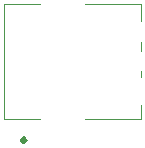
<source format=gbr>
%TF.GenerationSoftware,KiCad,Pcbnew,9.0.6*%
%TF.CreationDate,2025-12-17T11:34:44-05:00*%
%TF.ProjectId,lichen-breadboard-alpha-pot-dual-adaptor,6c696368-656e-42d6-9272-656164626f61,rev?*%
%TF.SameCoordinates,Original*%
%TF.FileFunction,Legend,Top*%
%TF.FilePolarity,Positive*%
%FSLAX46Y46*%
G04 Gerber Fmt 4.6, Leading zero omitted, Abs format (unit mm)*
G04 Created by KiCad (PCBNEW 9.0.6) date 2025-12-17 11:34:44*
%MOMM*%
%LPD*%
G01*
G04 APERTURE LIST*
%ADD10C,0.355287*%
%ADD11C,0.120000*%
%ADD12O,3.240000X2.720000*%
%ADD13R,1.800000X1.800000*%
%ADD14C,1.800000*%
%ADD15R,1.700000X1.700000*%
%ADD16C,1.700000*%
G04 APERTURE END LIST*
D10*
X102317643Y-117800000D02*
G75*
G02*
X101962357Y-117800000I-177643J0D01*
G01*
X101962357Y-117800000D02*
G75*
G02*
X102317643Y-117800000I177643J0D01*
G01*
D11*
%TO.C,RV2*%
X100490000Y-106240000D02*
X100490000Y-115980000D01*
X103550000Y-106240000D02*
X100490000Y-106240000D01*
X103550000Y-115980000D02*
X100490000Y-115980000D01*
X112080000Y-106240000D02*
X107360000Y-106240000D01*
X112080000Y-106240000D02*
X112080000Y-107730000D01*
X112080000Y-109450000D02*
X112080000Y-110280000D01*
X112080000Y-111900000D02*
X112080000Y-112430000D01*
X112080000Y-114800000D02*
X112080000Y-115980000D01*
X112080000Y-115980000D02*
X107360000Y-115980000D01*
%TD*%
%LPC*%
D12*
%TO.C,RV2*%
X105460000Y-115860000D03*
X105460000Y-106360000D03*
D13*
X112960000Y-113610000D03*
D14*
X112960000Y-111110000D03*
X112960000Y-108610000D03*
X115460000Y-113610000D03*
X115460000Y-111110000D03*
X115460000Y-108610000D03*
%TD*%
D15*
%TO.C,J4*%
X102130000Y-119890000D03*
D16*
X104670000Y-119890000D03*
X107210000Y-119890000D03*
X109750000Y-119890000D03*
X112290000Y-119890000D03*
X114830000Y-119890000D03*
%TD*%
D15*
%TO.C,J1*%
X102130000Y-102110000D03*
D16*
X104670000Y-102110000D03*
X107210000Y-102110000D03*
X109750000Y-102110000D03*
X112290000Y-102110000D03*
X114830000Y-102110000D03*
%TD*%
%LPD*%
M02*

</source>
